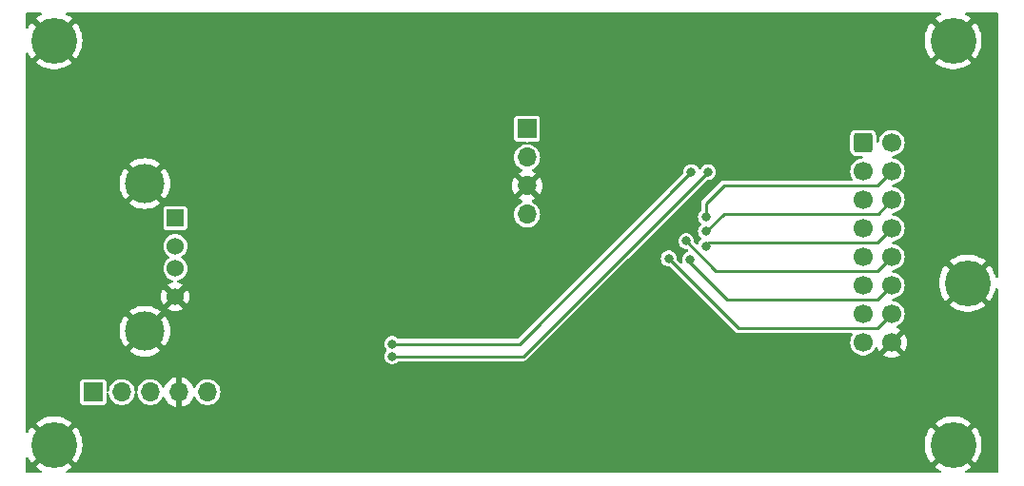
<source format=gbl>
G04 #@! TF.GenerationSoftware,KiCad,Pcbnew,7.0.10-7.0.10~ubuntu20.04.1*
G04 #@! TF.CreationDate,2024-01-07T18:49:02+01:00*
G04 #@! TF.ProjectId,msx-omega-usbkeybctrl,6d73782d-6f6d-4656-9761-2d7573626b65,A*
G04 #@! TF.SameCoordinates,Original*
G04 #@! TF.FileFunction,Copper,L2,Bot*
G04 #@! TF.FilePolarity,Positive*
%FSLAX46Y46*%
G04 Gerber Fmt 4.6, Leading zero omitted, Abs format (unit mm)*
G04 Created by KiCad (PCBNEW 7.0.10-7.0.10~ubuntu20.04.1) date 2024-01-07 18:49:02*
%MOMM*%
%LPD*%
G01*
G04 APERTURE LIST*
G04 Aperture macros list*
%AMRoundRect*
0 Rectangle with rounded corners*
0 $1 Rounding radius*
0 $2 $3 $4 $5 $6 $7 $8 $9 X,Y pos of 4 corners*
0 Add a 4 corners polygon primitive as box body*
4,1,4,$2,$3,$4,$5,$6,$7,$8,$9,$2,$3,0*
0 Add four circle primitives for the rounded corners*
1,1,$1+$1,$2,$3*
1,1,$1+$1,$4,$5*
1,1,$1+$1,$6,$7*
1,1,$1+$1,$8,$9*
0 Add four rect primitives between the rounded corners*
20,1,$1+$1,$2,$3,$4,$5,0*
20,1,$1+$1,$4,$5,$6,$7,0*
20,1,$1+$1,$6,$7,$8,$9,0*
20,1,$1+$1,$8,$9,$2,$3,0*%
G04 Aperture macros list end*
G04 #@! TA.AperFunction,ComponentPad*
%ADD10C,4.064000*%
G04 #@! TD*
G04 #@! TA.AperFunction,ComponentPad*
%ADD11R,1.700000X1.700000*%
G04 #@! TD*
G04 #@! TA.AperFunction,ComponentPad*
%ADD12O,1.700000X1.700000*%
G04 #@! TD*
G04 #@! TA.AperFunction,ComponentPad*
%ADD13RoundRect,0.250000X-0.600000X-0.600000X0.600000X-0.600000X0.600000X0.600000X-0.600000X0.600000X0*%
G04 #@! TD*
G04 #@! TA.AperFunction,ComponentPad*
%ADD14C,1.700000*%
G04 #@! TD*
G04 #@! TA.AperFunction,ComponentPad*
%ADD15R,1.524000X1.524000*%
G04 #@! TD*
G04 #@! TA.AperFunction,ComponentPad*
%ADD16C,1.524000*%
G04 #@! TD*
G04 #@! TA.AperFunction,ComponentPad*
%ADD17C,3.500000*%
G04 #@! TD*
G04 #@! TA.AperFunction,ViaPad*
%ADD18C,0.800000*%
G04 #@! TD*
G04 #@! TA.AperFunction,Conductor*
%ADD19C,0.300000*%
G04 #@! TD*
G04 #@! TA.AperFunction,Conductor*
%ADD20C,0.250000*%
G04 #@! TD*
G04 APERTURE END LIST*
D10*
X132800000Y-60200000D03*
D11*
X94900000Y-68060000D03*
D12*
X94900000Y-70600000D03*
X94900000Y-73140000D03*
X94900000Y-75680000D03*
D13*
X124800000Y-69300000D03*
D14*
X127340000Y-69300000D03*
X124800000Y-71840000D03*
X127340000Y-71840000D03*
X124800000Y-74380000D03*
X127340000Y-74380000D03*
X124800000Y-76920000D03*
X127340000Y-76920000D03*
X124800000Y-79460000D03*
X127340000Y-79460000D03*
X124800000Y-82000000D03*
X127340000Y-82000000D03*
X124800000Y-84540000D03*
X127340000Y-84540000D03*
X124800000Y-87080000D03*
X127340000Y-87080000D03*
D15*
X63600000Y-76000000D03*
D16*
X63600000Y-78500000D03*
X63600000Y-80500000D03*
X63600000Y-83000000D03*
D17*
X60890000Y-72930000D03*
X60890000Y-86070000D03*
D10*
X52800000Y-96200000D03*
X52800000Y-60200000D03*
D11*
X56300000Y-91500000D03*
D12*
X58840000Y-91500000D03*
X61380000Y-91500000D03*
X63920000Y-91500000D03*
X66460000Y-91500000D03*
D10*
X132800000Y-96200000D03*
X134080000Y-81790000D03*
D18*
X76600000Y-91800000D03*
X110800000Y-75912500D03*
X110800000Y-77200000D03*
X110800000Y-78500000D03*
X109050000Y-78050000D03*
X109400000Y-79700000D03*
X107494327Y-79600000D03*
X82900000Y-88300000D03*
X111000000Y-71900000D03*
X82900000Y-87200000D03*
X109500000Y-71900000D03*
D19*
X108862299Y-84162299D02*
X108800000Y-84100000D01*
D20*
X126080000Y-73100000D02*
X127340000Y-71840000D01*
X112400000Y-73100000D02*
X126080000Y-73100000D01*
X110800000Y-74700000D02*
X112400000Y-73100000D01*
X110800000Y-75912500D02*
X110800000Y-74700000D01*
X110800000Y-77200000D02*
X112400000Y-75600000D01*
X112400000Y-75600000D02*
X126120000Y-75600000D01*
X126120000Y-75600000D02*
X127340000Y-74380000D01*
X126060000Y-78200000D02*
X127340000Y-76920000D01*
X111100000Y-78200000D02*
X126060000Y-78200000D01*
X110800000Y-78500000D02*
X111100000Y-78200000D01*
X109050000Y-78050000D02*
X111700000Y-80700000D01*
X126100000Y-80700000D02*
X127340000Y-79460000D01*
X111700000Y-80700000D02*
X126100000Y-80700000D01*
X109400000Y-80000000D02*
X112700000Y-83300000D01*
X109400000Y-79700000D02*
X109400000Y-80000000D01*
X126040000Y-83300000D02*
X127340000Y-82000000D01*
X112700000Y-83300000D02*
X126040000Y-83300000D01*
X126080000Y-85800000D02*
X127340000Y-84540000D01*
X107494327Y-79600000D02*
X113694327Y-85800000D01*
X113694327Y-85800000D02*
X126080000Y-85800000D01*
X82900000Y-88300000D02*
X94600000Y-88300000D01*
X94600000Y-88300000D02*
X111000000Y-71900000D01*
X94200000Y-87200000D02*
X109500000Y-71900000D01*
X82900000Y-87200000D02*
X94200000Y-87200000D01*
G04 #@! TA.AperFunction,Conductor*
G36*
X51615662Y-97166982D02*
G01*
X51786113Y-97344441D01*
X51913434Y-97440117D01*
X51192063Y-98161488D01*
X51440605Y-98342065D01*
X51440609Y-98342068D01*
X51667565Y-98466838D01*
X51716829Y-98516384D01*
X51731485Y-98584699D01*
X51706881Y-98650094D01*
X51650828Y-98691805D01*
X51607827Y-98699500D01*
X50424500Y-98699500D01*
X50357461Y-98679815D01*
X50311706Y-98627011D01*
X50300500Y-98575500D01*
X50300500Y-97389778D01*
X50320185Y-97322739D01*
X50372989Y-97276984D01*
X50442147Y-97267040D01*
X50505703Y-97296065D01*
X50536698Y-97336981D01*
X50576803Y-97422208D01*
X50576806Y-97422214D01*
X50747515Y-97691210D01*
X50841557Y-97804887D01*
X51560042Y-97086402D01*
X51615662Y-97166982D01*
G37*
G04 #@! TD.AperFunction*
G04 #@! TA.AperFunction,Conductor*
G36*
X131674866Y-57720185D02*
G01*
X131720621Y-57772989D01*
X131730565Y-57842147D01*
X131701540Y-57905703D01*
X131667565Y-57933162D01*
X131440604Y-58057935D01*
X131440600Y-58057937D01*
X131192064Y-58238510D01*
X131192063Y-58238510D01*
X131911966Y-58958413D01*
X131881490Y-58977686D01*
X131697312Y-59140854D01*
X131557966Y-59311519D01*
X130841557Y-58595110D01*
X130747519Y-58708784D01*
X130747517Y-58708787D01*
X130576806Y-58977785D01*
X130576802Y-58977791D01*
X130441153Y-59266059D01*
X130441151Y-59266064D01*
X130342701Y-59569065D01*
X130282997Y-59882036D01*
X130262994Y-60199994D01*
X130262994Y-60200005D01*
X130282997Y-60517963D01*
X130342701Y-60830934D01*
X130441151Y-61133935D01*
X130441153Y-61133940D01*
X130576802Y-61422208D01*
X130576806Y-61422214D01*
X130747515Y-61691210D01*
X130841557Y-61804887D01*
X131560042Y-61086402D01*
X131615662Y-61166982D01*
X131786113Y-61344441D01*
X131913434Y-61440117D01*
X131192063Y-62161488D01*
X131440605Y-62342065D01*
X131440609Y-62342068D01*
X131719802Y-62495555D01*
X131719803Y-62495556D01*
X132016017Y-62612834D01*
X132324612Y-62692068D01*
X132324621Y-62692070D01*
X132640688Y-62731999D01*
X132640702Y-62732000D01*
X132959298Y-62732000D01*
X132959311Y-62731999D01*
X133275378Y-62692070D01*
X133275387Y-62692068D01*
X133583982Y-62612834D01*
X133880196Y-62495556D01*
X133880204Y-62495552D01*
X134159386Y-62342071D01*
X134407934Y-62161488D01*
X134407935Y-62161488D01*
X133688033Y-61441586D01*
X133718510Y-61422314D01*
X133902688Y-61259146D01*
X134042033Y-61088480D01*
X134758441Y-61804888D01*
X134852487Y-61691205D01*
X135023193Y-61422214D01*
X135023197Y-61422208D01*
X135158846Y-61133940D01*
X135158848Y-61133935D01*
X135257298Y-60830934D01*
X135317002Y-60517963D01*
X135337006Y-60200005D01*
X135337006Y-60199994D01*
X135317002Y-59882036D01*
X135257298Y-59569065D01*
X135158848Y-59266064D01*
X135158846Y-59266059D01*
X135023197Y-58977791D01*
X135023193Y-58977785D01*
X134852484Y-58708789D01*
X134758440Y-58595110D01*
X134039956Y-59313594D01*
X133984338Y-59233018D01*
X133813887Y-59055559D01*
X133686564Y-58959881D01*
X134407935Y-58238510D01*
X134159394Y-58057934D01*
X134159390Y-58057931D01*
X133932435Y-57933162D01*
X133883171Y-57883616D01*
X133868515Y-57815301D01*
X133893119Y-57749906D01*
X133949172Y-57708195D01*
X133992173Y-57700500D01*
X136675500Y-57700500D01*
X136742539Y-57720185D01*
X136788294Y-57772989D01*
X136799500Y-57824500D01*
X136799500Y-81221785D01*
X136779815Y-81288824D01*
X136727011Y-81334579D01*
X136657853Y-81344523D01*
X136594297Y-81315498D01*
X136556523Y-81256720D01*
X136553696Y-81245021D01*
X136537298Y-81159065D01*
X136438848Y-80856064D01*
X136438846Y-80856059D01*
X136303197Y-80567791D01*
X136303193Y-80567785D01*
X136132484Y-80298789D01*
X136038440Y-80185110D01*
X135319956Y-80903594D01*
X135264338Y-80823018D01*
X135093887Y-80645559D01*
X134966564Y-80549881D01*
X135687935Y-79828510D01*
X135439394Y-79647934D01*
X135439390Y-79647931D01*
X135160197Y-79494444D01*
X135160196Y-79494443D01*
X134863982Y-79377165D01*
X134555387Y-79297931D01*
X134555378Y-79297929D01*
X134239311Y-79258000D01*
X133920688Y-79258000D01*
X133604621Y-79297929D01*
X133604612Y-79297931D01*
X133296017Y-79377165D01*
X132999803Y-79494443D01*
X132999802Y-79494444D01*
X132720604Y-79647935D01*
X132720600Y-79647937D01*
X132472064Y-79828510D01*
X132472063Y-79828510D01*
X133191966Y-80548413D01*
X133161490Y-80567686D01*
X132977312Y-80730854D01*
X132837966Y-80901519D01*
X132121557Y-80185110D01*
X132027519Y-80298784D01*
X132027517Y-80298787D01*
X131856806Y-80567785D01*
X131856802Y-80567791D01*
X131721153Y-80856059D01*
X131721151Y-80856064D01*
X131622701Y-81159065D01*
X131562997Y-81472036D01*
X131542994Y-81789994D01*
X131542994Y-81790005D01*
X131562997Y-82107963D01*
X131622701Y-82420934D01*
X131721151Y-82723935D01*
X131721153Y-82723940D01*
X131856802Y-83012208D01*
X131856806Y-83012214D01*
X132027515Y-83281210D01*
X132121557Y-83394887D01*
X132840042Y-82676402D01*
X132895662Y-82756982D01*
X133066113Y-82934441D01*
X133193434Y-83030117D01*
X132472063Y-83751488D01*
X132720605Y-83932065D01*
X132720609Y-83932068D01*
X132999802Y-84085555D01*
X132999803Y-84085556D01*
X133296017Y-84202834D01*
X133604612Y-84282068D01*
X133604621Y-84282070D01*
X133920688Y-84321999D01*
X133920702Y-84322000D01*
X134239298Y-84322000D01*
X134239311Y-84321999D01*
X134555378Y-84282070D01*
X134555387Y-84282068D01*
X134863982Y-84202834D01*
X135160196Y-84085556D01*
X135160204Y-84085552D01*
X135439386Y-83932071D01*
X135687934Y-83751488D01*
X135687935Y-83751488D01*
X134968033Y-83031586D01*
X134998510Y-83012314D01*
X135182688Y-82849146D01*
X135322033Y-82678480D01*
X136038441Y-83394888D01*
X136132487Y-83281205D01*
X136303193Y-83012214D01*
X136303197Y-83012208D01*
X136438846Y-82723940D01*
X136438848Y-82723935D01*
X136537299Y-82420932D01*
X136553696Y-82334979D01*
X136585594Y-82272815D01*
X136646037Y-82237765D01*
X136715833Y-82240957D01*
X136772825Y-82281377D01*
X136798916Y-82346192D01*
X136799500Y-82358214D01*
X136799500Y-98575500D01*
X136779815Y-98642539D01*
X136727011Y-98688294D01*
X136675500Y-98699500D01*
X133992173Y-98699500D01*
X133925134Y-98679815D01*
X133879379Y-98627011D01*
X133869435Y-98557853D01*
X133898460Y-98494297D01*
X133932436Y-98466838D01*
X134159386Y-98342071D01*
X134407934Y-98161488D01*
X134407935Y-98161488D01*
X133688033Y-97441586D01*
X133718510Y-97422314D01*
X133902688Y-97259146D01*
X134042033Y-97088480D01*
X134758441Y-97804888D01*
X134852487Y-97691205D01*
X135023193Y-97422214D01*
X135023197Y-97422208D01*
X135158846Y-97133940D01*
X135158848Y-97133935D01*
X135257298Y-96830934D01*
X135317002Y-96517963D01*
X135337006Y-96200005D01*
X135337006Y-96199994D01*
X135317002Y-95882036D01*
X135257298Y-95569065D01*
X135158848Y-95266064D01*
X135158846Y-95266059D01*
X135023197Y-94977791D01*
X135023193Y-94977785D01*
X134852484Y-94708789D01*
X134758440Y-94595110D01*
X134039956Y-95313594D01*
X133984338Y-95233018D01*
X133813887Y-95055559D01*
X133686564Y-94959881D01*
X134407935Y-94238510D01*
X134159394Y-94057934D01*
X134159390Y-94057931D01*
X133880197Y-93904444D01*
X133880196Y-93904443D01*
X133583982Y-93787165D01*
X133275387Y-93707931D01*
X133275378Y-93707929D01*
X132959311Y-93668000D01*
X132640688Y-93668000D01*
X132324621Y-93707929D01*
X132324612Y-93707931D01*
X132016017Y-93787165D01*
X131719803Y-93904443D01*
X131719802Y-93904444D01*
X131440604Y-94057935D01*
X131440600Y-94057937D01*
X131192064Y-94238510D01*
X131192063Y-94238510D01*
X131911966Y-94958413D01*
X131881490Y-94977686D01*
X131697312Y-95140854D01*
X131557966Y-95311519D01*
X130841557Y-94595110D01*
X130747519Y-94708784D01*
X130747517Y-94708787D01*
X130576806Y-94977785D01*
X130576802Y-94977791D01*
X130441153Y-95266059D01*
X130441151Y-95266064D01*
X130342701Y-95569065D01*
X130282997Y-95882036D01*
X130262994Y-96199994D01*
X130262994Y-96200005D01*
X130282997Y-96517963D01*
X130342701Y-96830934D01*
X130441151Y-97133935D01*
X130441153Y-97133940D01*
X130576802Y-97422208D01*
X130576806Y-97422214D01*
X130747515Y-97691210D01*
X130841557Y-97804887D01*
X131560042Y-97086402D01*
X131615662Y-97166982D01*
X131786113Y-97344441D01*
X131913434Y-97440117D01*
X131192063Y-98161488D01*
X131440605Y-98342065D01*
X131440609Y-98342068D01*
X131667565Y-98466838D01*
X131716829Y-98516384D01*
X131731485Y-98584699D01*
X131706881Y-98650094D01*
X131650828Y-98691805D01*
X131607827Y-98699500D01*
X53992173Y-98699500D01*
X53925134Y-98679815D01*
X53879379Y-98627011D01*
X53869435Y-98557853D01*
X53898460Y-98494297D01*
X53932436Y-98466838D01*
X54159386Y-98342071D01*
X54407934Y-98161488D01*
X54407935Y-98161488D01*
X53688033Y-97441586D01*
X53718510Y-97422314D01*
X53902688Y-97259146D01*
X54042033Y-97088480D01*
X54758441Y-97804888D01*
X54852487Y-97691205D01*
X55023193Y-97422214D01*
X55023197Y-97422208D01*
X55158846Y-97133940D01*
X55158848Y-97133935D01*
X55257298Y-96830934D01*
X55317002Y-96517963D01*
X55337006Y-96200005D01*
X55337006Y-96199994D01*
X55317002Y-95882036D01*
X55257298Y-95569065D01*
X55158848Y-95266064D01*
X55158846Y-95266059D01*
X55023197Y-94977791D01*
X55023193Y-94977785D01*
X54852484Y-94708789D01*
X54758440Y-94595110D01*
X54039956Y-95313594D01*
X53984338Y-95233018D01*
X53813887Y-95055559D01*
X53686564Y-94959881D01*
X54407935Y-94238510D01*
X54159394Y-94057934D01*
X54159390Y-94057931D01*
X53880197Y-93904444D01*
X53880196Y-93904443D01*
X53583982Y-93787165D01*
X53275387Y-93707931D01*
X53275378Y-93707929D01*
X52959311Y-93668000D01*
X52640688Y-93668000D01*
X52324621Y-93707929D01*
X52324612Y-93707931D01*
X52016017Y-93787165D01*
X51719803Y-93904443D01*
X51719802Y-93904444D01*
X51440604Y-94057935D01*
X51440600Y-94057937D01*
X51192064Y-94238510D01*
X51192063Y-94238510D01*
X51911966Y-94958413D01*
X51881490Y-94977686D01*
X51697312Y-95140854D01*
X51557966Y-95311519D01*
X50841557Y-94595110D01*
X50747519Y-94708784D01*
X50747517Y-94708787D01*
X50576806Y-94977785D01*
X50576802Y-94977791D01*
X50536698Y-95063018D01*
X50490343Y-95115296D01*
X50423083Y-95134213D01*
X50356273Y-95113763D01*
X50311124Y-95060440D01*
X50300500Y-95010221D01*
X50300500Y-92394856D01*
X55149500Y-92394856D01*
X55149502Y-92394882D01*
X55152413Y-92419987D01*
X55152415Y-92419991D01*
X55197793Y-92522764D01*
X55197794Y-92522765D01*
X55277235Y-92602206D01*
X55380009Y-92647585D01*
X55405135Y-92650500D01*
X57194864Y-92650499D01*
X57194879Y-92650497D01*
X57194882Y-92650497D01*
X57219987Y-92647586D01*
X57219988Y-92647585D01*
X57219991Y-92647585D01*
X57322765Y-92602206D01*
X57402206Y-92522765D01*
X57447585Y-92419991D01*
X57450500Y-92394865D01*
X57450499Y-91656046D01*
X57470183Y-91589009D01*
X57522987Y-91543254D01*
X57592146Y-91533310D01*
X57655702Y-91562335D01*
X57693476Y-91621113D01*
X57697970Y-91644606D01*
X57704244Y-91712310D01*
X57762596Y-91917392D01*
X57762596Y-91917394D01*
X57857632Y-92108253D01*
X57986127Y-92278406D01*
X57986128Y-92278407D01*
X58143698Y-92422052D01*
X58324981Y-92534298D01*
X58523802Y-92611321D01*
X58733390Y-92650500D01*
X58733392Y-92650500D01*
X58946608Y-92650500D01*
X58946610Y-92650500D01*
X59156198Y-92611321D01*
X59355019Y-92534298D01*
X59536302Y-92422052D01*
X59693872Y-92278407D01*
X59822366Y-92108255D01*
X59876270Y-92000000D01*
X59917403Y-91917394D01*
X59917403Y-91917393D01*
X59917405Y-91917389D01*
X59975756Y-91712310D01*
X59986529Y-91596047D01*
X60012315Y-91531111D01*
X60054622Y-91500804D01*
X60163130Y-91500804D01*
X60199503Y-91521668D01*
X60231693Y-91583681D01*
X60233471Y-91596048D01*
X60244244Y-91712310D01*
X60302596Y-91917392D01*
X60302596Y-91917394D01*
X60397632Y-92108253D01*
X60526127Y-92278406D01*
X60526128Y-92278407D01*
X60683698Y-92422052D01*
X60864981Y-92534298D01*
X61063802Y-92611321D01*
X61273390Y-92650500D01*
X61273392Y-92650500D01*
X61486608Y-92650500D01*
X61486610Y-92650500D01*
X61696198Y-92611321D01*
X61895019Y-92534298D01*
X62076302Y-92422052D01*
X62233872Y-92278407D01*
X62362366Y-92108255D01*
X62429325Y-91973781D01*
X62476825Y-91922548D01*
X62544488Y-91905126D01*
X62610828Y-91927051D01*
X62652705Y-91976651D01*
X62746399Y-92177578D01*
X62881894Y-92371082D01*
X63048917Y-92538105D01*
X63242421Y-92673600D01*
X63456507Y-92773429D01*
X63456516Y-92773433D01*
X63670000Y-92830634D01*
X63670000Y-91935501D01*
X63777685Y-91984680D01*
X63884237Y-92000000D01*
X63955763Y-92000000D01*
X64062315Y-91984680D01*
X64170000Y-91935501D01*
X64170000Y-92830633D01*
X64383483Y-92773433D01*
X64383492Y-92773429D01*
X64597578Y-92673600D01*
X64791082Y-92538105D01*
X64958105Y-92371082D01*
X65093600Y-92177578D01*
X65187294Y-91976651D01*
X65233466Y-91924212D01*
X65300660Y-91905060D01*
X65367541Y-91925276D01*
X65410676Y-91973785D01*
X65477632Y-92108253D01*
X65606127Y-92278406D01*
X65606128Y-92278407D01*
X65763698Y-92422052D01*
X65944981Y-92534298D01*
X66143802Y-92611321D01*
X66353390Y-92650500D01*
X66353392Y-92650500D01*
X66566608Y-92650500D01*
X66566610Y-92650500D01*
X66776198Y-92611321D01*
X66975019Y-92534298D01*
X67156302Y-92422052D01*
X67313872Y-92278407D01*
X67442366Y-92108255D01*
X67496270Y-92000000D01*
X67537403Y-91917394D01*
X67537403Y-91917393D01*
X67537405Y-91917389D01*
X67595756Y-91712310D01*
X67615429Y-91500000D01*
X67595756Y-91287690D01*
X67537405Y-91082611D01*
X67537403Y-91082606D01*
X67537403Y-91082605D01*
X67442367Y-90891746D01*
X67313872Y-90721593D01*
X67156302Y-90577948D01*
X66975019Y-90465702D01*
X66975017Y-90465701D01*
X66875608Y-90427190D01*
X66776198Y-90388679D01*
X66566610Y-90349500D01*
X66353390Y-90349500D01*
X66143802Y-90388679D01*
X66143799Y-90388679D01*
X66143799Y-90388680D01*
X65944982Y-90465701D01*
X65944980Y-90465702D01*
X65763699Y-90577947D01*
X65606127Y-90721593D01*
X65477634Y-90891744D01*
X65410676Y-91026215D01*
X65363173Y-91077452D01*
X65295510Y-91094873D01*
X65229170Y-91072947D01*
X65187294Y-91023348D01*
X65093600Y-90822422D01*
X65093599Y-90822420D01*
X64958113Y-90628926D01*
X64958108Y-90628920D01*
X64791082Y-90461894D01*
X64597578Y-90326399D01*
X64383492Y-90226570D01*
X64383486Y-90226567D01*
X64170000Y-90169364D01*
X64170000Y-91064498D01*
X64062315Y-91015320D01*
X63955763Y-91000000D01*
X63884237Y-91000000D01*
X63777685Y-91015320D01*
X63670000Y-91064498D01*
X63670000Y-90169364D01*
X63669999Y-90169364D01*
X63456513Y-90226567D01*
X63456507Y-90226570D01*
X63242422Y-90326399D01*
X63242420Y-90326400D01*
X63048926Y-90461886D01*
X63048920Y-90461891D01*
X62881891Y-90628920D01*
X62881886Y-90628926D01*
X62746400Y-90822420D01*
X62746399Y-90822422D01*
X62652705Y-91023348D01*
X62606532Y-91075787D01*
X62539339Y-91094939D01*
X62472457Y-91074723D01*
X62429323Y-91026215D01*
X62362366Y-90891745D01*
X62233872Y-90721593D01*
X62076302Y-90577948D01*
X61895019Y-90465702D01*
X61895017Y-90465701D01*
X61795608Y-90427190D01*
X61696198Y-90388679D01*
X61486610Y-90349500D01*
X61273390Y-90349500D01*
X61063802Y-90388679D01*
X61063799Y-90388679D01*
X61063799Y-90388680D01*
X60864982Y-90465701D01*
X60864980Y-90465702D01*
X60683699Y-90577947D01*
X60526127Y-90721593D01*
X60397632Y-90891746D01*
X60302596Y-91082605D01*
X60302596Y-91082607D01*
X60244244Y-91287689D01*
X60233471Y-91403951D01*
X60207685Y-91468888D01*
X60163130Y-91500804D01*
X60054622Y-91500804D01*
X60056869Y-91499194D01*
X60020497Y-91478331D01*
X59988307Y-91416318D01*
X59986529Y-91403951D01*
X59983175Y-91367759D01*
X59975756Y-91287690D01*
X59917405Y-91082611D01*
X59917403Y-91082606D01*
X59917403Y-91082605D01*
X59822367Y-90891746D01*
X59693872Y-90721593D01*
X59536302Y-90577948D01*
X59355019Y-90465702D01*
X59355017Y-90465701D01*
X59255608Y-90427190D01*
X59156198Y-90388679D01*
X58946610Y-90349500D01*
X58733390Y-90349500D01*
X58523802Y-90388679D01*
X58523799Y-90388679D01*
X58523799Y-90388680D01*
X58324982Y-90465701D01*
X58324980Y-90465702D01*
X58143699Y-90577947D01*
X57986127Y-90721593D01*
X57857632Y-90891746D01*
X57762596Y-91082605D01*
X57762596Y-91082607D01*
X57704244Y-91287689D01*
X57697970Y-91355394D01*
X57672183Y-91420331D01*
X57615383Y-91461018D01*
X57545602Y-91464538D01*
X57484995Y-91429772D01*
X57452806Y-91367759D01*
X57450499Y-91343952D01*
X57450499Y-90605143D01*
X57450499Y-90605136D01*
X57450497Y-90605117D01*
X57447586Y-90580012D01*
X57447585Y-90580010D01*
X57447585Y-90580009D01*
X57402206Y-90477235D01*
X57322765Y-90397794D01*
X57302124Y-90388680D01*
X57219992Y-90352415D01*
X57194865Y-90349500D01*
X55405143Y-90349500D01*
X55405117Y-90349502D01*
X55380012Y-90352413D01*
X55380008Y-90352415D01*
X55277235Y-90397793D01*
X55197794Y-90477234D01*
X55152415Y-90580006D01*
X55152415Y-90580008D01*
X55149500Y-90605131D01*
X55149500Y-92394856D01*
X50300500Y-92394856D01*
X50300500Y-86070000D01*
X58635172Y-86070000D01*
X58654462Y-86364312D01*
X58654464Y-86364324D01*
X58712001Y-86653584D01*
X58712005Y-86653599D01*
X58806812Y-86932888D01*
X58937258Y-87197406D01*
X58937265Y-87197419D01*
X59101123Y-87442649D01*
X59130405Y-87476040D01*
X59919438Y-86687007D01*
X59968348Y-86765999D01*
X60111931Y-86923501D01*
X60270388Y-87043163D01*
X59483958Y-87829593D01*
X59517350Y-87858876D01*
X59762580Y-88022734D01*
X59762593Y-88022741D01*
X60027111Y-88153187D01*
X60306400Y-88247994D01*
X60306415Y-88247998D01*
X60595675Y-88305535D01*
X60595687Y-88305537D01*
X60890000Y-88324827D01*
X61184312Y-88305537D01*
X61184324Y-88305535D01*
X61212151Y-88300000D01*
X82194355Y-88300000D01*
X82214859Y-88468869D01*
X82214860Y-88468874D01*
X82275182Y-88627931D01*
X82313780Y-88683849D01*
X82371817Y-88767929D01*
X82477505Y-88861560D01*
X82499150Y-88880736D01*
X82649773Y-88959789D01*
X82649775Y-88959790D01*
X82814944Y-89000500D01*
X82985056Y-89000500D01*
X83150225Y-88959790D01*
X83229692Y-88918081D01*
X83300849Y-88880736D01*
X83300850Y-88880734D01*
X83300852Y-88880734D01*
X83428183Y-88767929D01*
X83428185Y-88767925D01*
X83428767Y-88767270D01*
X83429312Y-88766927D01*
X83433797Y-88762955D01*
X83434457Y-88763700D01*
X83487958Y-88730145D01*
X83521580Y-88725500D01*
X94667392Y-88725500D01*
X94667393Y-88725500D01*
X94690360Y-88718036D01*
X94709276Y-88713495D01*
X94733126Y-88709719D01*
X94754636Y-88698757D01*
X94772614Y-88691310D01*
X94795581Y-88683849D01*
X94815118Y-88669653D01*
X94831706Y-88659488D01*
X94853220Y-88648528D01*
X94948528Y-88553220D01*
X103901747Y-79600000D01*
X106788682Y-79600000D01*
X106809186Y-79768869D01*
X106809187Y-79768874D01*
X106869509Y-79927931D01*
X106931802Y-80018177D01*
X106966144Y-80067929D01*
X107048778Y-80141136D01*
X107093477Y-80180736D01*
X107232729Y-80253821D01*
X107244102Y-80259790D01*
X107409271Y-80300500D01*
X107541717Y-80300500D01*
X107608756Y-80320185D01*
X107629398Y-80336819D01*
X113341458Y-86048878D01*
X113341468Y-86048889D01*
X113345798Y-86053219D01*
X113345799Y-86053220D01*
X113441107Y-86148528D01*
X113462628Y-86159493D01*
X113479207Y-86169653D01*
X113498746Y-86183849D01*
X113521708Y-86191309D01*
X113539681Y-86198753D01*
X113561201Y-86209719D01*
X113585051Y-86213495D01*
X113603972Y-86218039D01*
X113625816Y-86225136D01*
X113626934Y-86225500D01*
X113660839Y-86225500D01*
X123754564Y-86225500D01*
X123821603Y-86245185D01*
X123867358Y-86297989D01*
X123877302Y-86367147D01*
X123853518Y-86424227D01*
X123817632Y-86471746D01*
X123722596Y-86662605D01*
X123722596Y-86662607D01*
X123664244Y-86867689D01*
X123644571Y-87079999D01*
X123644571Y-87080000D01*
X123664244Y-87292310D01*
X123722596Y-87497392D01*
X123722596Y-87497394D01*
X123817632Y-87688253D01*
X123930853Y-87838180D01*
X123946128Y-87858407D01*
X124103698Y-88002052D01*
X124284981Y-88114298D01*
X124483802Y-88191321D01*
X124693390Y-88230500D01*
X124693392Y-88230500D01*
X124906608Y-88230500D01*
X124906610Y-88230500D01*
X125116198Y-88191321D01*
X125315019Y-88114298D01*
X125496302Y-88002052D01*
X125653872Y-87858407D01*
X125782366Y-87688255D01*
X125849325Y-87553781D01*
X125896825Y-87502548D01*
X125964488Y-87485126D01*
X126030828Y-87507051D01*
X126072705Y-87556651D01*
X126166400Y-87757579D01*
X126166402Y-87757583D01*
X126225072Y-87841373D01*
X126225073Y-87841373D01*
X126856922Y-87209523D01*
X126880507Y-87289844D01*
X126958239Y-87410798D01*
X127066900Y-87504952D01*
X127197685Y-87564680D01*
X127207466Y-87566086D01*
X126578625Y-88194925D01*
X126662421Y-88253599D01*
X126876507Y-88353429D01*
X126876516Y-88353433D01*
X127104673Y-88414567D01*
X127104684Y-88414569D01*
X127339998Y-88435157D01*
X127340002Y-88435157D01*
X127575315Y-88414569D01*
X127575326Y-88414567D01*
X127803483Y-88353433D01*
X127803492Y-88353429D01*
X128017578Y-88253600D01*
X128017582Y-88253598D01*
X128101373Y-88194926D01*
X128101373Y-88194925D01*
X127472533Y-87566086D01*
X127482315Y-87564680D01*
X127613100Y-87504952D01*
X127721761Y-87410798D01*
X127799493Y-87289844D01*
X127823076Y-87209524D01*
X128454925Y-87841373D01*
X128454926Y-87841373D01*
X128513598Y-87757582D01*
X128513600Y-87757578D01*
X128613429Y-87543492D01*
X128613433Y-87543483D01*
X128674567Y-87315326D01*
X128674569Y-87315315D01*
X128695157Y-87080001D01*
X128695157Y-87079998D01*
X128674569Y-86844684D01*
X128674567Y-86844673D01*
X128613433Y-86616516D01*
X128613429Y-86616507D01*
X128513600Y-86402423D01*
X128513599Y-86402421D01*
X128454925Y-86318626D01*
X128454925Y-86318625D01*
X127823076Y-86950475D01*
X127799493Y-86870156D01*
X127721761Y-86749202D01*
X127613100Y-86655048D01*
X127482315Y-86595320D01*
X127472532Y-86593913D01*
X128101373Y-85965073D01*
X128101373Y-85965072D01*
X128017583Y-85906402D01*
X128017579Y-85906400D01*
X127818426Y-85813533D01*
X127765987Y-85767360D01*
X127746835Y-85700167D01*
X127767051Y-85633286D01*
X127820216Y-85587951D01*
X127826005Y-85585537D01*
X127855019Y-85574298D01*
X128036302Y-85462052D01*
X128193872Y-85318407D01*
X128322366Y-85148255D01*
X128417405Y-84957389D01*
X128475756Y-84752310D01*
X128495429Y-84540000D01*
X128475756Y-84327690D01*
X128417405Y-84122611D01*
X128417403Y-84122606D01*
X128417403Y-84122605D01*
X128322367Y-83931746D01*
X128193872Y-83761593D01*
X128136968Y-83709718D01*
X128036302Y-83617948D01*
X127855019Y-83505702D01*
X127855017Y-83505701D01*
X127755608Y-83467190D01*
X127656198Y-83428679D01*
X127459385Y-83391888D01*
X127397106Y-83360221D01*
X127361833Y-83299908D01*
X127364767Y-83230100D01*
X127404976Y-83172960D01*
X127459384Y-83148111D01*
X127656198Y-83111321D01*
X127855019Y-83034298D01*
X128036302Y-82922052D01*
X128193872Y-82778407D01*
X128322366Y-82608255D01*
X128322369Y-82608249D01*
X128417403Y-82417394D01*
X128417403Y-82417393D01*
X128417405Y-82417389D01*
X128475756Y-82212310D01*
X128495429Y-82000000D01*
X128475756Y-81787690D01*
X128417405Y-81582611D01*
X128417403Y-81582606D01*
X128417403Y-81582605D01*
X128322367Y-81391746D01*
X128193872Y-81221593D01*
X128159800Y-81190532D01*
X128036302Y-81077948D01*
X127855019Y-80965702D01*
X127855017Y-80965701D01*
X127740798Y-80921453D01*
X127656198Y-80888679D01*
X127459385Y-80851888D01*
X127397106Y-80820221D01*
X127361833Y-80759908D01*
X127364767Y-80690100D01*
X127404976Y-80632960D01*
X127459384Y-80608111D01*
X127656198Y-80571321D01*
X127855019Y-80494298D01*
X128036302Y-80382052D01*
X128193872Y-80238407D01*
X128322366Y-80068255D01*
X128381209Y-79950081D01*
X128417403Y-79877394D01*
X128417403Y-79877393D01*
X128417405Y-79877389D01*
X128475756Y-79672310D01*
X128495429Y-79460000D01*
X128475756Y-79247690D01*
X128417405Y-79042611D01*
X128417403Y-79042606D01*
X128417403Y-79042605D01*
X128322367Y-78851746D01*
X128193872Y-78681593D01*
X128159025Y-78649826D01*
X128036302Y-78537948D01*
X127855019Y-78425702D01*
X127855017Y-78425701D01*
X127731704Y-78377930D01*
X127656198Y-78348679D01*
X127459385Y-78311888D01*
X127397106Y-78280221D01*
X127361833Y-78219908D01*
X127364767Y-78150100D01*
X127404976Y-78092960D01*
X127459384Y-78068111D01*
X127656198Y-78031321D01*
X127855019Y-77954298D01*
X128036302Y-77842052D01*
X128193872Y-77698407D01*
X128322366Y-77528255D01*
X128351740Y-77469263D01*
X128417403Y-77337394D01*
X128417403Y-77337393D01*
X128417405Y-77337389D01*
X128475756Y-77132310D01*
X128495429Y-76920000D01*
X128475756Y-76707690D01*
X128417405Y-76502611D01*
X128417403Y-76502606D01*
X128417403Y-76502605D01*
X128322367Y-76311746D01*
X128193872Y-76141593D01*
X128127813Y-76081372D01*
X128036302Y-75997948D01*
X127855019Y-75885702D01*
X127855017Y-75885701D01*
X127755608Y-75847190D01*
X127656198Y-75808679D01*
X127459385Y-75771888D01*
X127397106Y-75740221D01*
X127361833Y-75679908D01*
X127364767Y-75610100D01*
X127404976Y-75552960D01*
X127459384Y-75528111D01*
X127656198Y-75491321D01*
X127855019Y-75414298D01*
X128036302Y-75302052D01*
X128193872Y-75158407D01*
X128322366Y-74988255D01*
X128374909Y-74882734D01*
X128417403Y-74797394D01*
X128417403Y-74797393D01*
X128417405Y-74797389D01*
X128475756Y-74592310D01*
X128495429Y-74380000D01*
X128475756Y-74167690D01*
X128417405Y-73962611D01*
X128417403Y-73962606D01*
X128417403Y-73962605D01*
X128322367Y-73771746D01*
X128193872Y-73601593D01*
X128138073Y-73550725D01*
X128036302Y-73457948D01*
X127855019Y-73345702D01*
X127855017Y-73345701D01*
X127711926Y-73290268D01*
X127656198Y-73268679D01*
X127459385Y-73231888D01*
X127397106Y-73200221D01*
X127361833Y-73139908D01*
X127364767Y-73070100D01*
X127404976Y-73012960D01*
X127459384Y-72988111D01*
X127656198Y-72951321D01*
X127855019Y-72874298D01*
X128036302Y-72762052D01*
X128193872Y-72618407D01*
X128322366Y-72448255D01*
X128373076Y-72346415D01*
X128417403Y-72257394D01*
X128417403Y-72257393D01*
X128417405Y-72257389D01*
X128475756Y-72052310D01*
X128495429Y-71840000D01*
X128475756Y-71627690D01*
X128417405Y-71422611D01*
X128417403Y-71422606D01*
X128417403Y-71422605D01*
X128322367Y-71231746D01*
X128193872Y-71061593D01*
X128101369Y-70977265D01*
X128036302Y-70917948D01*
X127855019Y-70805702D01*
X127855017Y-70805701D01*
X127716410Y-70752005D01*
X127656198Y-70728679D01*
X127459385Y-70691888D01*
X127397106Y-70660221D01*
X127361833Y-70599908D01*
X127364767Y-70530100D01*
X127404976Y-70472960D01*
X127459384Y-70448111D01*
X127656198Y-70411321D01*
X127855019Y-70334298D01*
X128036302Y-70222052D01*
X128193872Y-70078407D01*
X128322366Y-69908255D01*
X128417405Y-69717389D01*
X128475756Y-69512310D01*
X128495429Y-69300000D01*
X128475756Y-69087690D01*
X128417405Y-68882611D01*
X128417403Y-68882606D01*
X128417403Y-68882605D01*
X128322367Y-68691746D01*
X128193872Y-68521593D01*
X128036302Y-68377948D01*
X127855019Y-68265702D01*
X127855017Y-68265701D01*
X127725790Y-68215639D01*
X127656198Y-68188679D01*
X127446610Y-68149500D01*
X127233390Y-68149500D01*
X127023802Y-68188679D01*
X127023799Y-68188679D01*
X127023799Y-68188680D01*
X126824982Y-68265701D01*
X126824980Y-68265702D01*
X126643699Y-68377947D01*
X126486127Y-68521593D01*
X126357632Y-68691746D01*
X126262596Y-68882605D01*
X126262596Y-68882607D01*
X126204244Y-69087689D01*
X126197971Y-69155387D01*
X126172185Y-69220324D01*
X126115384Y-69261012D01*
X126045604Y-69264532D01*
X125984997Y-69229767D01*
X125952807Y-69167754D01*
X125950500Y-69143946D01*
X125950500Y-68656903D01*
X125950500Y-68656898D01*
X125939877Y-68568436D01*
X125884361Y-68427658D01*
X125884360Y-68427657D01*
X125884360Y-68427656D01*
X125792922Y-68307077D01*
X125672343Y-68215639D01*
X125531561Y-68160122D01*
X125485926Y-68154642D01*
X125443102Y-68149500D01*
X124156898Y-68149500D01*
X124117853Y-68154188D01*
X124068438Y-68160122D01*
X123927656Y-68215639D01*
X123807077Y-68307077D01*
X123715639Y-68427656D01*
X123660122Y-68568438D01*
X123654188Y-68617853D01*
X123649500Y-68656898D01*
X123649500Y-69943102D01*
X123655126Y-69989954D01*
X123660122Y-70031561D01*
X123715639Y-70172343D01*
X123807077Y-70292922D01*
X123927656Y-70384360D01*
X123927657Y-70384360D01*
X123927658Y-70384361D01*
X124068436Y-70439877D01*
X124156898Y-70450500D01*
X124156903Y-70450500D01*
X124633755Y-70450500D01*
X124700794Y-70470185D01*
X124746549Y-70522989D01*
X124756493Y-70592147D01*
X124727468Y-70655703D01*
X124668690Y-70693477D01*
X124656549Y-70696386D01*
X124483802Y-70728679D01*
X124483799Y-70728679D01*
X124483799Y-70728680D01*
X124284982Y-70805701D01*
X124284980Y-70805702D01*
X124103699Y-70917947D01*
X123946127Y-71061593D01*
X123817632Y-71231746D01*
X123722596Y-71422605D01*
X123722596Y-71422607D01*
X123664244Y-71627689D01*
X123654660Y-71731125D01*
X123644571Y-71840000D01*
X123664244Y-72052310D01*
X123715940Y-72234001D01*
X123722596Y-72257392D01*
X123722596Y-72257394D01*
X123817633Y-72448254D01*
X123838414Y-72475772D01*
X123863107Y-72541133D01*
X123848542Y-72609468D01*
X123799346Y-72659081D01*
X123739461Y-72674500D01*
X112467393Y-72674500D01*
X112332607Y-72674500D01*
X112332604Y-72674501D01*
X112309635Y-72681963D01*
X112290722Y-72686503D01*
X112266874Y-72690280D01*
X112245359Y-72701242D01*
X112227389Y-72708685D01*
X112204421Y-72716148D01*
X112204417Y-72716149D01*
X112184880Y-72730344D01*
X112168298Y-72740506D01*
X112146783Y-72751469D01*
X112146780Y-72751471D01*
X111336433Y-73561819D01*
X110546780Y-74351472D01*
X110519058Y-74379194D01*
X110451471Y-74446780D01*
X110440510Y-74468293D01*
X110430346Y-74484878D01*
X110416152Y-74504414D01*
X110416151Y-74504417D01*
X110408688Y-74527385D01*
X110401243Y-74545358D01*
X110390280Y-74566873D01*
X110386503Y-74590722D01*
X110381962Y-74609639D01*
X110374500Y-74632604D01*
X110374500Y-75297794D01*
X110354815Y-75364833D01*
X110332727Y-75390609D01*
X110271818Y-75444569D01*
X110175182Y-75584568D01*
X110114860Y-75743625D01*
X110114859Y-75743630D01*
X110094355Y-75912500D01*
X110114859Y-76081369D01*
X110114860Y-76081374D01*
X110175182Y-76240431D01*
X110271818Y-76380430D01*
X110365511Y-76463435D01*
X110402638Y-76522624D01*
X110401870Y-76592489D01*
X110365511Y-76649065D01*
X110271818Y-76732069D01*
X110175182Y-76872068D01*
X110114860Y-77031125D01*
X110114859Y-77031130D01*
X110094355Y-77200000D01*
X110114859Y-77368869D01*
X110114860Y-77368874D01*
X110175182Y-77527931D01*
X110182279Y-77538212D01*
X110271817Y-77667929D01*
X110372566Y-77757185D01*
X110409693Y-77816374D01*
X110408925Y-77886239D01*
X110372566Y-77942814D01*
X110359605Y-77954298D01*
X110271816Y-78032072D01*
X110175183Y-78172067D01*
X110132828Y-78283748D01*
X110090650Y-78339450D01*
X110025052Y-78363507D01*
X109956862Y-78348280D01*
X109929205Y-78327457D01*
X109787087Y-78185339D01*
X109753602Y-78124016D01*
X109751672Y-78082715D01*
X109755645Y-78050000D01*
X109735140Y-77881128D01*
X109674818Y-77722070D01*
X109672564Y-77718805D01*
X109637447Y-77667929D01*
X109578183Y-77582071D01*
X109450852Y-77469266D01*
X109450849Y-77469263D01*
X109300226Y-77390210D01*
X109135056Y-77349500D01*
X108964944Y-77349500D01*
X108799773Y-77390210D01*
X108649150Y-77469263D01*
X108521816Y-77582072D01*
X108425182Y-77722068D01*
X108364860Y-77881125D01*
X108364859Y-77881130D01*
X108344355Y-78050000D01*
X108364859Y-78218869D01*
X108364860Y-78218874D01*
X108425182Y-78377931D01*
X108458156Y-78425701D01*
X108521817Y-78517929D01*
X108596226Y-78583849D01*
X108649150Y-78630736D01*
X108796909Y-78708286D01*
X108799775Y-78709790D01*
X108964944Y-78750500D01*
X109097390Y-78750500D01*
X109164429Y-78770185D01*
X109185071Y-78786819D01*
X109225914Y-78827662D01*
X109259399Y-78888985D01*
X109254415Y-78958677D01*
X109212543Y-79014610D01*
X109167910Y-79035739D01*
X109149777Y-79040208D01*
X109149774Y-79040209D01*
X108999150Y-79119263D01*
X108871816Y-79232072D01*
X108775182Y-79372068D01*
X108714860Y-79531125D01*
X108714859Y-79531130D01*
X108694355Y-79700000D01*
X108714859Y-79868869D01*
X108714861Y-79868877D01*
X108723803Y-79892454D01*
X108729170Y-79962117D01*
X108696022Y-80023623D01*
X108634884Y-80057444D01*
X108565166Y-80052842D01*
X108520180Y-80024105D01*
X108231414Y-79735339D01*
X108197929Y-79674016D01*
X108195999Y-79632715D01*
X108199972Y-79600000D01*
X108179467Y-79431128D01*
X108178617Y-79428888D01*
X108133914Y-79311014D01*
X108119145Y-79272070D01*
X108091535Y-79232071D01*
X108041643Y-79159790D01*
X108022510Y-79132071D01*
X107895179Y-79019266D01*
X107895176Y-79019263D01*
X107744553Y-78940210D01*
X107579383Y-78899500D01*
X107409271Y-78899500D01*
X107244100Y-78940210D01*
X107093477Y-79019263D01*
X106966143Y-79132072D01*
X106869509Y-79272068D01*
X106809187Y-79431125D01*
X106809186Y-79431130D01*
X106788682Y-79600000D01*
X103901747Y-79600000D01*
X110864928Y-72636818D01*
X110926251Y-72603334D01*
X110952609Y-72600500D01*
X111085056Y-72600500D01*
X111250225Y-72559790D01*
X111329692Y-72518081D01*
X111400849Y-72480736D01*
X111400850Y-72480734D01*
X111400852Y-72480734D01*
X111528183Y-72367929D01*
X111624818Y-72227930D01*
X111685140Y-72068872D01*
X111705645Y-71900000D01*
X111685140Y-71731128D01*
X111624818Y-71572070D01*
X111614657Y-71557350D01*
X111590293Y-71522052D01*
X111528183Y-71432071D01*
X111400852Y-71319266D01*
X111400849Y-71319263D01*
X111250226Y-71240210D01*
X111085056Y-71199500D01*
X110914944Y-71199500D01*
X110749773Y-71240210D01*
X110599150Y-71319263D01*
X110471816Y-71432072D01*
X110375183Y-71572067D01*
X110365942Y-71596435D01*
X110323763Y-71652137D01*
X110258166Y-71676194D01*
X110189975Y-71660967D01*
X110140843Y-71611290D01*
X110134058Y-71596435D01*
X110124818Y-71572070D01*
X110028183Y-71432071D01*
X109900852Y-71319266D01*
X109900849Y-71319263D01*
X109750226Y-71240210D01*
X109585056Y-71199500D01*
X109414944Y-71199500D01*
X109249773Y-71240210D01*
X109099150Y-71319263D01*
X108971816Y-71432072D01*
X108875182Y-71572068D01*
X108814860Y-71731125D01*
X108814859Y-71731130D01*
X108794355Y-71900000D01*
X108794355Y-71900003D01*
X108798326Y-71932715D01*
X108786864Y-72001638D01*
X108762911Y-72035339D01*
X94060071Y-86738181D01*
X93998748Y-86771666D01*
X93972390Y-86774500D01*
X83521580Y-86774500D01*
X83454541Y-86754815D01*
X83433799Y-86737042D01*
X83433797Y-86737045D01*
X83433627Y-86736894D01*
X83428767Y-86732730D01*
X83428185Y-86732073D01*
X83300849Y-86619263D01*
X83150226Y-86540210D01*
X82985056Y-86499500D01*
X82814944Y-86499500D01*
X82649773Y-86540210D01*
X82499150Y-86619263D01*
X82371816Y-86732072D01*
X82275182Y-86872068D01*
X82214860Y-87031125D01*
X82214859Y-87031130D01*
X82194355Y-87200000D01*
X82214859Y-87368869D01*
X82214860Y-87368874D01*
X82275182Y-87527931D01*
X82376078Y-87674102D01*
X82375002Y-87674844D01*
X82401400Y-87731010D01*
X82392214Y-87800274D01*
X82375848Y-87825739D01*
X82376078Y-87825898D01*
X82275182Y-87972068D01*
X82214860Y-88131125D01*
X82214859Y-88131130D01*
X82194355Y-88300000D01*
X61212151Y-88300000D01*
X61473584Y-88247998D01*
X61473599Y-88247994D01*
X61752888Y-88153187D01*
X62017406Y-88022741D01*
X62017419Y-88022734D01*
X62262648Y-87858877D01*
X62296039Y-87829593D01*
X61509611Y-87043163D01*
X61668069Y-86923501D01*
X61811652Y-86765999D01*
X61860561Y-86687007D01*
X62649593Y-87476039D01*
X62678877Y-87442648D01*
X62842734Y-87197419D01*
X62842741Y-87197406D01*
X62973187Y-86932888D01*
X63067994Y-86653599D01*
X63067998Y-86653584D01*
X63125535Y-86364324D01*
X63125537Y-86364312D01*
X63144827Y-86070000D01*
X63125537Y-85775687D01*
X63125535Y-85775675D01*
X63067998Y-85486415D01*
X63067994Y-85486400D01*
X62973187Y-85207111D01*
X62842741Y-84942593D01*
X62842734Y-84942580D01*
X62678876Y-84697350D01*
X62649593Y-84663958D01*
X61860560Y-85452991D01*
X61811652Y-85374001D01*
X61668069Y-85216499D01*
X61509610Y-85096835D01*
X62296040Y-84310405D01*
X62262649Y-84281123D01*
X62017419Y-84117265D01*
X62017406Y-84117258D01*
X61752888Y-83986812D01*
X61473599Y-83892005D01*
X61473584Y-83892001D01*
X61184324Y-83834464D01*
X61184312Y-83834462D01*
X60890000Y-83815172D01*
X60595687Y-83834462D01*
X60595675Y-83834464D01*
X60306415Y-83892001D01*
X60306400Y-83892005D01*
X60027111Y-83986812D01*
X59762593Y-84117258D01*
X59762580Y-84117265D01*
X59517346Y-84281126D01*
X59517339Y-84281131D01*
X59483959Y-84310403D01*
X59483959Y-84310405D01*
X60270389Y-85096835D01*
X60111931Y-85216499D01*
X59968348Y-85374001D01*
X59919438Y-85452992D01*
X59130405Y-84663959D01*
X59130403Y-84663959D01*
X59101131Y-84697339D01*
X59101126Y-84697346D01*
X58937265Y-84942580D01*
X58937258Y-84942593D01*
X58806812Y-85207111D01*
X58712005Y-85486400D01*
X58712001Y-85486415D01*
X58654464Y-85775675D01*
X58654462Y-85775687D01*
X58635172Y-86070000D01*
X50300500Y-86070000D01*
X50300500Y-83000000D01*
X62333179Y-83000000D01*
X62352424Y-83219976D01*
X62352426Y-83219986D01*
X62409575Y-83433270D01*
X62409580Y-83433284D01*
X62502898Y-83633405D01*
X62502901Y-83633411D01*
X62548258Y-83698187D01*
X62548259Y-83698188D01*
X63146220Y-83100226D01*
X63146467Y-83103516D01*
X63197128Y-83232598D01*
X63283586Y-83341013D01*
X63398159Y-83419127D01*
X63502301Y-83451250D01*
X62901810Y-84051740D01*
X62966590Y-84097099D01*
X62966592Y-84097100D01*
X63166715Y-84190419D01*
X63166729Y-84190424D01*
X63380013Y-84247573D01*
X63380023Y-84247575D01*
X63599999Y-84266821D01*
X63600001Y-84266821D01*
X63819976Y-84247575D01*
X63819986Y-84247573D01*
X64033270Y-84190424D01*
X64033284Y-84190419D01*
X64233407Y-84097100D01*
X64233417Y-84097094D01*
X64298188Y-84051741D01*
X63697020Y-83450572D01*
X63737119Y-83444529D01*
X63862054Y-83384363D01*
X63963705Y-83290045D01*
X64033039Y-83169955D01*
X64049850Y-83096297D01*
X64651741Y-83698188D01*
X64697094Y-83633417D01*
X64697100Y-83633407D01*
X64790419Y-83433284D01*
X64790424Y-83433270D01*
X64847573Y-83219986D01*
X64847575Y-83219976D01*
X64866821Y-83000000D01*
X64866821Y-82999999D01*
X64847575Y-82780023D01*
X64847573Y-82780013D01*
X64790424Y-82566729D01*
X64790420Y-82566720D01*
X64697096Y-82366586D01*
X64651741Y-82301811D01*
X64651740Y-82301810D01*
X64053779Y-82899772D01*
X64053533Y-82896484D01*
X64002872Y-82767402D01*
X63916414Y-82658987D01*
X63801841Y-82580873D01*
X63697698Y-82548749D01*
X64298188Y-81948259D01*
X64298187Y-81948258D01*
X64233411Y-81902901D01*
X64233405Y-81902898D01*
X64033284Y-81809580D01*
X64033273Y-81809576D01*
X63873846Y-81766858D01*
X63814186Y-81730493D01*
X63783657Y-81667646D01*
X63791952Y-81598270D01*
X63836437Y-81544392D01*
X63869939Y-81528424D01*
X64008569Y-81486372D01*
X64193150Y-81387711D01*
X64354936Y-81254936D01*
X64487711Y-81093150D01*
X64586372Y-80908569D01*
X64647127Y-80708286D01*
X64667641Y-80500000D01*
X64647127Y-80291714D01*
X64586372Y-80091431D01*
X64487711Y-79906850D01*
X64487708Y-79906846D01*
X64354936Y-79745063D01*
X64193153Y-79612291D01*
X64193151Y-79612290D01*
X64193150Y-79612289D01*
X64187665Y-79609357D01*
X64137822Y-79560397D01*
X64122361Y-79492260D01*
X64146192Y-79426580D01*
X64187664Y-79390642D01*
X64193150Y-79387711D01*
X64354936Y-79254936D01*
X64487711Y-79093150D01*
X64586372Y-78908569D01*
X64647127Y-78708286D01*
X64667641Y-78500000D01*
X64647127Y-78291714D01*
X64586372Y-78091431D01*
X64487711Y-77906850D01*
X64466603Y-77881130D01*
X64354936Y-77745063D01*
X64193153Y-77612291D01*
X64193151Y-77612290D01*
X64193150Y-77612289D01*
X64008569Y-77513628D01*
X63862317Y-77469263D01*
X63808284Y-77452872D01*
X63600000Y-77432359D01*
X63391715Y-77452872D01*
X63191428Y-77513629D01*
X63006846Y-77612291D01*
X62845063Y-77745063D01*
X62712291Y-77906846D01*
X62613629Y-78091428D01*
X62552872Y-78291715D01*
X62532359Y-78500000D01*
X62552872Y-78708284D01*
X62570728Y-78767147D01*
X62613628Y-78908569D01*
X62705652Y-79080734D01*
X62712291Y-79093153D01*
X62845063Y-79254936D01*
X63006846Y-79387708D01*
X63006850Y-79387711D01*
X63012336Y-79390643D01*
X63062179Y-79439607D01*
X63077638Y-79507745D01*
X63053805Y-79573424D01*
X63012337Y-79609356D01*
X63012332Y-79609359D01*
X63006846Y-79612291D01*
X62845063Y-79745063D01*
X62712291Y-79906846D01*
X62613629Y-80091428D01*
X62552872Y-80291715D01*
X62532359Y-80500000D01*
X62552872Y-80708284D01*
X62552873Y-80708286D01*
X62613628Y-80908569D01*
X62711304Y-81091308D01*
X62712291Y-81093153D01*
X62845063Y-81254936D01*
X62978710Y-81364617D01*
X63006850Y-81387711D01*
X63191431Y-81486372D01*
X63330055Y-81528423D01*
X63388493Y-81566720D01*
X63416949Y-81630532D01*
X63406389Y-81699599D01*
X63360165Y-81751992D01*
X63326153Y-81766858D01*
X63166727Y-81809576D01*
X63166720Y-81809579D01*
X62966590Y-81902901D01*
X62901811Y-81948258D01*
X63502980Y-82549427D01*
X63462881Y-82555471D01*
X63337946Y-82615637D01*
X63236295Y-82709955D01*
X63166961Y-82830045D01*
X63150149Y-82903701D01*
X62548258Y-82301811D01*
X62502901Y-82366590D01*
X62409579Y-82566720D01*
X62409575Y-82566729D01*
X62352426Y-82780013D01*
X62352424Y-82780023D01*
X62333179Y-82999999D01*
X62333179Y-83000000D01*
X50300500Y-83000000D01*
X50300500Y-76806856D01*
X62537500Y-76806856D01*
X62537502Y-76806882D01*
X62540413Y-76831987D01*
X62540415Y-76831991D01*
X62585793Y-76934764D01*
X62585794Y-76934765D01*
X62665235Y-77014206D01*
X62768009Y-77059585D01*
X62793135Y-77062500D01*
X64406864Y-77062499D01*
X64406879Y-77062497D01*
X64406882Y-77062497D01*
X64431987Y-77059586D01*
X64431988Y-77059585D01*
X64431991Y-77059585D01*
X64534765Y-77014206D01*
X64614206Y-76934765D01*
X64659585Y-76831991D01*
X64662500Y-76806865D01*
X64662499Y-75193136D01*
X64661553Y-75184977D01*
X64659586Y-75168012D01*
X64659585Y-75168010D01*
X64659585Y-75168009D01*
X64614206Y-75065235D01*
X64534765Y-74985794D01*
X64534763Y-74985793D01*
X64431992Y-74940415D01*
X64406865Y-74937500D01*
X62793143Y-74937500D01*
X62793117Y-74937502D01*
X62768012Y-74940413D01*
X62768008Y-74940415D01*
X62665235Y-74985793D01*
X62585794Y-75065234D01*
X62540415Y-75168006D01*
X62540415Y-75168008D01*
X62537500Y-75193131D01*
X62537500Y-76806856D01*
X50300500Y-76806856D01*
X50300500Y-72930000D01*
X58635172Y-72930000D01*
X58654462Y-73224312D01*
X58654464Y-73224324D01*
X58712001Y-73513584D01*
X58712005Y-73513599D01*
X58806812Y-73792888D01*
X58937258Y-74057406D01*
X58937265Y-74057419D01*
X59101123Y-74302649D01*
X59130405Y-74336040D01*
X59919438Y-73547007D01*
X59968348Y-73625999D01*
X60111931Y-73783501D01*
X60270388Y-73903163D01*
X59483958Y-74689593D01*
X59517350Y-74718876D01*
X59762580Y-74882734D01*
X59762593Y-74882741D01*
X60027111Y-75013187D01*
X60306400Y-75107994D01*
X60306415Y-75107998D01*
X60595675Y-75165535D01*
X60595687Y-75165537D01*
X60890000Y-75184827D01*
X61184312Y-75165537D01*
X61184324Y-75165535D01*
X61473584Y-75107998D01*
X61473599Y-75107994D01*
X61752888Y-75013187D01*
X62017406Y-74882741D01*
X62017419Y-74882734D01*
X62262648Y-74718877D01*
X62296039Y-74689593D01*
X61509611Y-73903163D01*
X61668069Y-73783501D01*
X61811652Y-73625999D01*
X61860561Y-73547007D01*
X62649593Y-74336039D01*
X62678877Y-74302648D01*
X62842734Y-74057419D01*
X62842741Y-74057406D01*
X62973187Y-73792888D01*
X63067994Y-73513599D01*
X63067998Y-73513584D01*
X63125535Y-73224324D01*
X63125537Y-73224312D01*
X63131063Y-73140001D01*
X93544843Y-73140001D01*
X93565430Y-73375315D01*
X93565432Y-73375326D01*
X93626566Y-73603483D01*
X93626570Y-73603492D01*
X93726400Y-73817579D01*
X93726402Y-73817583D01*
X93785072Y-73901373D01*
X93785073Y-73901373D01*
X94416923Y-73269523D01*
X94440507Y-73349844D01*
X94518239Y-73470798D01*
X94626900Y-73564952D01*
X94757685Y-73624680D01*
X94767466Y-73626086D01*
X94138625Y-74254925D01*
X94222421Y-74313599D01*
X94421573Y-74406466D01*
X94474012Y-74452638D01*
X94493164Y-74519832D01*
X94472948Y-74586713D01*
X94419783Y-74632048D01*
X94413968Y-74634472D01*
X94406771Y-74637260D01*
X94384982Y-74645701D01*
X94384980Y-74645702D01*
X94203699Y-74757947D01*
X94046127Y-74901593D01*
X93917632Y-75071746D01*
X93822596Y-75262605D01*
X93822596Y-75262607D01*
X93764244Y-75467689D01*
X93744580Y-75679908D01*
X93744571Y-75680000D01*
X93764244Y-75892310D01*
X93807741Y-76045185D01*
X93822596Y-76097392D01*
X93822596Y-76097394D01*
X93917632Y-76288253D01*
X93987241Y-76380429D01*
X94046128Y-76458407D01*
X94203698Y-76602052D01*
X94384981Y-76714298D01*
X94583802Y-76791321D01*
X94793390Y-76830500D01*
X94793392Y-76830500D01*
X95006608Y-76830500D01*
X95006610Y-76830500D01*
X95216198Y-76791321D01*
X95415019Y-76714298D01*
X95596302Y-76602052D01*
X95753872Y-76458407D01*
X95882366Y-76288255D01*
X95942670Y-76167147D01*
X95977403Y-76097394D01*
X95977403Y-76097393D01*
X95977405Y-76097389D01*
X96035756Y-75892310D01*
X96055429Y-75680000D01*
X96055420Y-75679908D01*
X96043657Y-75552960D01*
X96035756Y-75467690D01*
X95977405Y-75262611D01*
X95977403Y-75262606D01*
X95977403Y-75262605D01*
X95882367Y-75071746D01*
X95753872Y-74901593D01*
X95682235Y-74836287D01*
X95596302Y-74757948D01*
X95415019Y-74645702D01*
X95415014Y-74645700D01*
X95408129Y-74643032D01*
X95386037Y-74634474D01*
X95330636Y-74591903D01*
X95307045Y-74526136D01*
X95322756Y-74458056D01*
X95372779Y-74409276D01*
X95378427Y-74406466D01*
X95577574Y-74313602D01*
X95577582Y-74313598D01*
X95661373Y-74254926D01*
X95661373Y-74254925D01*
X95032533Y-73626086D01*
X95042315Y-73624680D01*
X95173100Y-73564952D01*
X95281761Y-73470798D01*
X95359493Y-73349844D01*
X95383076Y-73269524D01*
X96014925Y-73901373D01*
X96014926Y-73901373D01*
X96073598Y-73817582D01*
X96073600Y-73817578D01*
X96173429Y-73603492D01*
X96173433Y-73603483D01*
X96234567Y-73375326D01*
X96234569Y-73375315D01*
X96255157Y-73140001D01*
X96255157Y-73139998D01*
X96234569Y-72904684D01*
X96234567Y-72904673D01*
X96173433Y-72676516D01*
X96173429Y-72676507D01*
X96073600Y-72462423D01*
X96073599Y-72462421D01*
X96014925Y-72378626D01*
X96014925Y-72378625D01*
X95383076Y-73010475D01*
X95359493Y-72930156D01*
X95281761Y-72809202D01*
X95173100Y-72715048D01*
X95042315Y-72655320D01*
X95032533Y-72653913D01*
X95661373Y-72025073D01*
X95661373Y-72025072D01*
X95577583Y-71966402D01*
X95577579Y-71966400D01*
X95378426Y-71873533D01*
X95325987Y-71827360D01*
X95306835Y-71760167D01*
X95327051Y-71693286D01*
X95380216Y-71647951D01*
X95386005Y-71645537D01*
X95415019Y-71634298D01*
X95596302Y-71522052D01*
X95753872Y-71378407D01*
X95882366Y-71208255D01*
X95901214Y-71170403D01*
X95977403Y-71017394D01*
X95977403Y-71017393D01*
X95977405Y-71017389D01*
X96035756Y-70812310D01*
X96055429Y-70600000D01*
X96055420Y-70599908D01*
X96041634Y-70451129D01*
X96035756Y-70387690D01*
X95977405Y-70182611D01*
X95977403Y-70182606D01*
X95977403Y-70182605D01*
X95882367Y-69991746D01*
X95753872Y-69821593D01*
X95596302Y-69677948D01*
X95415019Y-69565702D01*
X95415017Y-69565701D01*
X95277197Y-69512310D01*
X95216198Y-69488679D01*
X95043456Y-69456387D01*
X94981176Y-69424719D01*
X94945903Y-69364407D01*
X94948837Y-69294599D01*
X94989046Y-69237459D01*
X95053764Y-69211128D01*
X95066233Y-69210499D01*
X95794864Y-69210499D01*
X95794879Y-69210497D01*
X95794882Y-69210497D01*
X95819987Y-69207586D01*
X95819988Y-69207585D01*
X95819991Y-69207585D01*
X95922765Y-69162206D01*
X96002206Y-69082765D01*
X96047585Y-68979991D01*
X96050500Y-68954865D01*
X96050499Y-67165136D01*
X96050497Y-67165117D01*
X96047586Y-67140012D01*
X96047585Y-67140010D01*
X96047585Y-67140009D01*
X96002206Y-67037235D01*
X95922765Y-66957794D01*
X95922763Y-66957793D01*
X95819992Y-66912415D01*
X95794865Y-66909500D01*
X94005143Y-66909500D01*
X94005117Y-66909502D01*
X93980012Y-66912413D01*
X93980008Y-66912415D01*
X93877235Y-66957793D01*
X93797794Y-67037234D01*
X93752415Y-67140006D01*
X93752415Y-67140008D01*
X93749500Y-67165131D01*
X93749500Y-68954856D01*
X93749502Y-68954882D01*
X93752413Y-68979987D01*
X93752415Y-68979991D01*
X93797793Y-69082764D01*
X93797794Y-69082765D01*
X93877235Y-69162206D01*
X93980009Y-69207585D01*
X94005135Y-69210500D01*
X94733758Y-69210499D01*
X94800795Y-69230183D01*
X94846550Y-69282987D01*
X94856494Y-69352146D01*
X94827469Y-69415702D01*
X94768691Y-69453476D01*
X94756542Y-69456388D01*
X94700116Y-69466935D01*
X94583802Y-69488679D01*
X94583800Y-69488679D01*
X94583798Y-69488680D01*
X94384982Y-69565701D01*
X94384980Y-69565702D01*
X94203699Y-69677947D01*
X94046127Y-69821593D01*
X93917632Y-69991746D01*
X93822596Y-70182605D01*
X93822596Y-70182607D01*
X93764244Y-70387689D01*
X93744571Y-70599999D01*
X93744571Y-70600000D01*
X93764244Y-70812310D01*
X93822596Y-71017392D01*
X93822596Y-71017394D01*
X93917632Y-71208253D01*
X94001464Y-71319263D01*
X94046128Y-71378407D01*
X94203698Y-71522052D01*
X94384981Y-71634298D01*
X94413961Y-71645525D01*
X94469362Y-71688095D01*
X94492954Y-71753861D01*
X94477244Y-71821942D01*
X94427222Y-71870722D01*
X94421573Y-71873533D01*
X94222419Y-71966401D01*
X94138625Y-72025072D01*
X94767466Y-72653913D01*
X94757685Y-72655320D01*
X94626900Y-72715048D01*
X94518239Y-72809202D01*
X94440507Y-72930156D01*
X94416923Y-73010476D01*
X93785072Y-72378625D01*
X93726401Y-72462419D01*
X93626570Y-72676507D01*
X93626566Y-72676516D01*
X93565432Y-72904673D01*
X93565430Y-72904684D01*
X93544843Y-73139998D01*
X93544843Y-73140001D01*
X63131063Y-73140001D01*
X63144827Y-72930000D01*
X63125537Y-72635687D01*
X63125535Y-72635675D01*
X63067998Y-72346415D01*
X63067994Y-72346400D01*
X62973187Y-72067111D01*
X62842741Y-71802593D01*
X62842734Y-71802580D01*
X62678876Y-71557350D01*
X62649593Y-71523958D01*
X61860560Y-72312991D01*
X61811652Y-72234001D01*
X61668069Y-72076499D01*
X61509610Y-71956835D01*
X62296040Y-71170405D01*
X62262649Y-71141123D01*
X62017419Y-70977265D01*
X62017406Y-70977258D01*
X61752888Y-70846812D01*
X61473599Y-70752005D01*
X61473584Y-70752001D01*
X61184324Y-70694464D01*
X61184312Y-70694462D01*
X60890000Y-70675172D01*
X60595687Y-70694462D01*
X60595675Y-70694464D01*
X60306415Y-70752001D01*
X60306400Y-70752005D01*
X60027111Y-70846812D01*
X59762593Y-70977258D01*
X59762580Y-70977265D01*
X59517346Y-71141126D01*
X59517339Y-71141131D01*
X59483959Y-71170403D01*
X59483959Y-71170405D01*
X60270389Y-71956835D01*
X60111931Y-72076499D01*
X59968348Y-72234001D01*
X59919438Y-72312992D01*
X59130405Y-71523959D01*
X59130403Y-71523959D01*
X59101131Y-71557339D01*
X59101126Y-71557346D01*
X58937265Y-71802580D01*
X58937258Y-71802593D01*
X58806812Y-72067111D01*
X58712005Y-72346400D01*
X58712001Y-72346415D01*
X58654464Y-72635675D01*
X58654462Y-72635687D01*
X58635172Y-72930000D01*
X50300500Y-72930000D01*
X50300500Y-61389778D01*
X50320185Y-61322739D01*
X50372989Y-61276984D01*
X50442147Y-61267040D01*
X50505703Y-61296065D01*
X50536698Y-61336981D01*
X50576803Y-61422208D01*
X50576806Y-61422214D01*
X50747515Y-61691210D01*
X50841557Y-61804887D01*
X51560042Y-61086402D01*
X51615662Y-61166982D01*
X51786113Y-61344441D01*
X51913434Y-61440117D01*
X51192063Y-62161488D01*
X51440605Y-62342065D01*
X51440609Y-62342068D01*
X51719802Y-62495555D01*
X51719803Y-62495556D01*
X52016017Y-62612834D01*
X52324612Y-62692068D01*
X52324621Y-62692070D01*
X52640688Y-62731999D01*
X52640702Y-62732000D01*
X52959298Y-62732000D01*
X52959311Y-62731999D01*
X53275378Y-62692070D01*
X53275387Y-62692068D01*
X53583982Y-62612834D01*
X53880196Y-62495556D01*
X53880204Y-62495552D01*
X54159386Y-62342071D01*
X54407934Y-62161488D01*
X54407935Y-62161488D01*
X53688033Y-61441586D01*
X53718510Y-61422314D01*
X53902688Y-61259146D01*
X54042033Y-61088480D01*
X54758441Y-61804888D01*
X54852487Y-61691205D01*
X55023193Y-61422214D01*
X55023197Y-61422208D01*
X55158846Y-61133940D01*
X55158848Y-61133935D01*
X55257298Y-60830934D01*
X55317002Y-60517963D01*
X55337006Y-60200005D01*
X55337006Y-60199994D01*
X55317002Y-59882036D01*
X55257298Y-59569065D01*
X55158848Y-59266064D01*
X55158846Y-59266059D01*
X55023197Y-58977791D01*
X55023193Y-58977785D01*
X54852484Y-58708789D01*
X54758440Y-58595110D01*
X54039956Y-59313594D01*
X53984338Y-59233018D01*
X53813887Y-59055559D01*
X53686564Y-58959881D01*
X54407935Y-58238510D01*
X54159394Y-58057934D01*
X54159390Y-58057931D01*
X53932435Y-57933162D01*
X53883171Y-57883616D01*
X53868515Y-57815301D01*
X53893119Y-57749906D01*
X53949172Y-57708195D01*
X53992173Y-57700500D01*
X131607827Y-57700500D01*
X131674866Y-57720185D01*
G37*
G04 #@! TD.AperFunction*
G04 #@! TA.AperFunction,Conductor*
G36*
X51674866Y-57720185D02*
G01*
X51720621Y-57772989D01*
X51730565Y-57842147D01*
X51701540Y-57905703D01*
X51667565Y-57933162D01*
X51440604Y-58057935D01*
X51440600Y-58057937D01*
X51192064Y-58238510D01*
X51192063Y-58238510D01*
X51911966Y-58958413D01*
X51881490Y-58977686D01*
X51697312Y-59140854D01*
X51557966Y-59311519D01*
X50841557Y-58595110D01*
X50747519Y-58708784D01*
X50747517Y-58708787D01*
X50576806Y-58977785D01*
X50576802Y-58977791D01*
X50536698Y-59063018D01*
X50490343Y-59115296D01*
X50423083Y-59134213D01*
X50356273Y-59113763D01*
X50311124Y-59060440D01*
X50300500Y-59010221D01*
X50300500Y-57824500D01*
X50320185Y-57757461D01*
X50372989Y-57711706D01*
X50424500Y-57700500D01*
X51607827Y-57700500D01*
X51674866Y-57720185D01*
G37*
G04 #@! TD.AperFunction*
M02*

</source>
